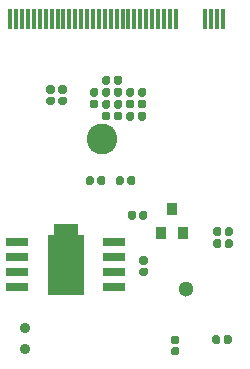
<source format=gbr>
%TF.GenerationSoftware,KiCad,Pcbnew,(5.1.6)-1*%
%TF.CreationDate,2020-09-21T21:17:43+08:00*%
%TF.ProjectId,f1c200s_core,66316332-3030-4735-9f63-6f72652e6b69,rev?*%
%TF.SameCoordinates,Original*%
%TF.FileFunction,Soldermask,Bot*%
%TF.FilePolarity,Negative*%
%FSLAX46Y46*%
G04 Gerber Fmt 4.6, Leading zero omitted, Abs format (unit mm)*
G04 Created by KiCad (PCBNEW (5.1.6)-1) date 2020-09-21 21:17:43*
%MOMM*%
%LPD*%
G01*
G04 APERTURE LIST*
%ADD10R,0.450000X1.700000*%
%ADD11C,0.900000*%
%ADD12R,0.900000X1.000000*%
%ADD13C,2.600000*%
%ADD14C,1.300000*%
%ADD15R,2.100000X3.100000*%
%ADD16R,3.100000X5.100000*%
%ADD17R,1.900000X0.800000*%
G04 APERTURE END LIST*
D10*
%TO.C,NGFF*%
X102170000Y-48470000D03*
X101670000Y-48470000D03*
X102670000Y-48470000D03*
X103170000Y-48470000D03*
X103670000Y-48470000D03*
X104170000Y-48470000D03*
X104670000Y-48470000D03*
X105170000Y-48470000D03*
X105670000Y-48470000D03*
X106170000Y-48470000D03*
X110170000Y-48470000D03*
X109670000Y-48470000D03*
X108670000Y-48470000D03*
X109170000Y-48470000D03*
X101170000Y-48470000D03*
X100670000Y-48470000D03*
X100170000Y-48470000D03*
X99670000Y-48470000D03*
X99170000Y-48470000D03*
X98670000Y-48470000D03*
X98170000Y-48470000D03*
X97670000Y-48470000D03*
X97170000Y-48470000D03*
X96670000Y-48470000D03*
X96170000Y-48470000D03*
X95670000Y-48470000D03*
X95170000Y-48470000D03*
X94670000Y-48470000D03*
X94170000Y-48470000D03*
X93670000Y-48470000D03*
X93170000Y-48470000D03*
X92670000Y-48470000D03*
X92170000Y-48470000D03*
%TD*%
D11*
%TO.C,SW1*%
X93423000Y-74621000D03*
X93423000Y-76421000D03*
%TD*%
%TO.C,R17*%
G36*
G01*
X102762000Y-61988500D02*
X102762000Y-62383500D01*
G75*
G02*
X102589500Y-62556000I-172500J0D01*
G01*
X102244500Y-62556000D01*
G75*
G02*
X102072000Y-62383500I0J172500D01*
G01*
X102072000Y-61988500D01*
G75*
G02*
X102244500Y-61816000I172500J0D01*
G01*
X102589500Y-61816000D01*
G75*
G02*
X102762000Y-61988500I0J-172500D01*
G01*
G37*
G36*
G01*
X101792000Y-61988500D02*
X101792000Y-62383500D01*
G75*
G02*
X101619500Y-62556000I-172500J0D01*
G01*
X101274500Y-62556000D01*
G75*
G02*
X101102000Y-62383500I0J172500D01*
G01*
X101102000Y-61988500D01*
G75*
G02*
X101274500Y-61816000I172500J0D01*
G01*
X101619500Y-61816000D01*
G75*
G02*
X101792000Y-61988500I0J-172500D01*
G01*
G37*
%TD*%
%TO.C,R16*%
G36*
G01*
X100222000Y-61988500D02*
X100222000Y-62383500D01*
G75*
G02*
X100049500Y-62556000I-172500J0D01*
G01*
X99704500Y-62556000D01*
G75*
G02*
X99532000Y-62383500I0J172500D01*
G01*
X99532000Y-61988500D01*
G75*
G02*
X99704500Y-61816000I172500J0D01*
G01*
X100049500Y-61816000D01*
G75*
G02*
X100222000Y-61988500I0J-172500D01*
G01*
G37*
G36*
G01*
X99252000Y-61988500D02*
X99252000Y-62383500D01*
G75*
G02*
X99079500Y-62556000I-172500J0D01*
G01*
X98734500Y-62556000D01*
G75*
G02*
X98562000Y-62383500I0J172500D01*
G01*
X98562000Y-61988500D01*
G75*
G02*
X98734500Y-61816000I172500J0D01*
G01*
X99079500Y-61816000D01*
G75*
G02*
X99252000Y-61988500I0J-172500D01*
G01*
G37*
%TD*%
D12*
%TO.C,U4*%
X106819000Y-66615000D03*
X104919000Y-66615000D03*
X105869000Y-64615000D03*
%TD*%
D13*
%TO.C,U3*%
X99900000Y-58630000D03*
%TD*%
D14*
%TO.C,U2*%
X107012000Y-71330000D03*
%TD*%
D15*
%TO.C,U1*%
X96852000Y-67393000D03*
D16*
X96852000Y-69298000D03*
D17*
X100952000Y-71203000D03*
X92752000Y-71203000D03*
X100952000Y-69933000D03*
X92752000Y-69933000D03*
X100952000Y-68663000D03*
X92752000Y-68663000D03*
X100952000Y-67393000D03*
X92752000Y-67393000D03*
%TD*%
%TO.C,R9*%
G36*
G01*
X101494500Y-57047000D02*
X101099500Y-57047000D01*
G75*
G02*
X100927000Y-56874500I0J172500D01*
G01*
X100927000Y-56529500D01*
G75*
G02*
X101099500Y-56357000I172500J0D01*
G01*
X101494500Y-56357000D01*
G75*
G02*
X101667000Y-56529500I0J-172500D01*
G01*
X101667000Y-56874500D01*
G75*
G02*
X101494500Y-57047000I-172500J0D01*
G01*
G37*
G36*
G01*
X101494500Y-56077000D02*
X101099500Y-56077000D01*
G75*
G02*
X100927000Y-55904500I0J172500D01*
G01*
X100927000Y-55559500D01*
G75*
G02*
X101099500Y-55387000I172500J0D01*
G01*
X101494500Y-55387000D01*
G75*
G02*
X101667000Y-55559500I0J-172500D01*
G01*
X101667000Y-55904500D01*
G75*
G02*
X101494500Y-56077000I-172500J0D01*
G01*
G37*
%TD*%
%TO.C,R8*%
G36*
G01*
X99959000Y-54890500D02*
X99959000Y-54495500D01*
G75*
G02*
X100131500Y-54323000I172500J0D01*
G01*
X100476500Y-54323000D01*
G75*
G02*
X100649000Y-54495500I0J-172500D01*
G01*
X100649000Y-54890500D01*
G75*
G02*
X100476500Y-55063000I-172500J0D01*
G01*
X100131500Y-55063000D01*
G75*
G02*
X99959000Y-54890500I0J172500D01*
G01*
G37*
G36*
G01*
X100929000Y-54890500D02*
X100929000Y-54495500D01*
G75*
G02*
X101101500Y-54323000I172500J0D01*
G01*
X101446500Y-54323000D01*
G75*
G02*
X101619000Y-54495500I0J-172500D01*
G01*
X101619000Y-54890500D01*
G75*
G02*
X101446500Y-55063000I-172500J0D01*
G01*
X101101500Y-55063000D01*
G75*
G02*
X100929000Y-54890500I0J172500D01*
G01*
G37*
%TD*%
%TO.C,R4*%
G36*
G01*
X103258500Y-68595000D02*
X103653500Y-68595000D01*
G75*
G02*
X103826000Y-68767500I0J-172500D01*
G01*
X103826000Y-69112500D01*
G75*
G02*
X103653500Y-69285000I-172500J0D01*
G01*
X103258500Y-69285000D01*
G75*
G02*
X103086000Y-69112500I0J172500D01*
G01*
X103086000Y-68767500D01*
G75*
G02*
X103258500Y-68595000I172500J0D01*
G01*
G37*
G36*
G01*
X103258500Y-69565000D02*
X103653500Y-69565000D01*
G75*
G02*
X103826000Y-69737500I0J-172500D01*
G01*
X103826000Y-70082500D01*
G75*
G02*
X103653500Y-70255000I-172500J0D01*
G01*
X103258500Y-70255000D01*
G75*
G02*
X103086000Y-70082500I0J172500D01*
G01*
X103086000Y-69737500D01*
G75*
G02*
X103258500Y-69565000I172500J0D01*
G01*
G37*
%TD*%
%TO.C,C34*%
G36*
G01*
X103778000Y-64909500D02*
X103778000Y-65304500D01*
G75*
G02*
X103605500Y-65477000I-172500J0D01*
G01*
X103260500Y-65477000D01*
G75*
G02*
X103088000Y-65304500I0J172500D01*
G01*
X103088000Y-64909500D01*
G75*
G02*
X103260500Y-64737000I172500J0D01*
G01*
X103605500Y-64737000D01*
G75*
G02*
X103778000Y-64909500I0J-172500D01*
G01*
G37*
G36*
G01*
X102808000Y-64909500D02*
X102808000Y-65304500D01*
G75*
G02*
X102635500Y-65477000I-172500J0D01*
G01*
X102290500Y-65477000D01*
G75*
G02*
X102118000Y-65304500I0J172500D01*
G01*
X102118000Y-64909500D01*
G75*
G02*
X102290500Y-64737000I172500J0D01*
G01*
X102635500Y-64737000D01*
G75*
G02*
X102808000Y-64909500I0J-172500D01*
G01*
G37*
%TD*%
%TO.C,C22*%
G36*
G01*
X111017000Y-67322500D02*
X111017000Y-67717500D01*
G75*
G02*
X110844500Y-67890000I-172500J0D01*
G01*
X110499500Y-67890000D01*
G75*
G02*
X110327000Y-67717500I0J172500D01*
G01*
X110327000Y-67322500D01*
G75*
G02*
X110499500Y-67150000I172500J0D01*
G01*
X110844500Y-67150000D01*
G75*
G02*
X111017000Y-67322500I0J-172500D01*
G01*
G37*
G36*
G01*
X110047000Y-67322500D02*
X110047000Y-67717500D01*
G75*
G02*
X109874500Y-67890000I-172500J0D01*
G01*
X109529500Y-67890000D01*
G75*
G02*
X109357000Y-67717500I0J172500D01*
G01*
X109357000Y-67322500D01*
G75*
G02*
X109529500Y-67150000I172500J0D01*
G01*
X109874500Y-67150000D01*
G75*
G02*
X110047000Y-67322500I0J-172500D01*
G01*
G37*
%TD*%
%TO.C,C20*%
G36*
G01*
X111017000Y-66306500D02*
X111017000Y-66701500D01*
G75*
G02*
X110844500Y-66874000I-172500J0D01*
G01*
X110499500Y-66874000D01*
G75*
G02*
X110327000Y-66701500I0J172500D01*
G01*
X110327000Y-66306500D01*
G75*
G02*
X110499500Y-66134000I172500J0D01*
G01*
X110844500Y-66134000D01*
G75*
G02*
X111017000Y-66306500I0J-172500D01*
G01*
G37*
G36*
G01*
X110047000Y-66306500D02*
X110047000Y-66701500D01*
G75*
G02*
X109874500Y-66874000I-172500J0D01*
G01*
X109529500Y-66874000D01*
G75*
G02*
X109357000Y-66701500I0J172500D01*
G01*
X109357000Y-66306500D01*
G75*
G02*
X109529500Y-66134000I172500J0D01*
G01*
X109874500Y-66134000D01*
G75*
G02*
X110047000Y-66306500I0J-172500D01*
G01*
G37*
%TD*%
%TO.C,C19*%
G36*
G01*
X100083500Y-55387000D02*
X100478500Y-55387000D01*
G75*
G02*
X100651000Y-55559500I0J-172500D01*
G01*
X100651000Y-55904500D01*
G75*
G02*
X100478500Y-56077000I-172500J0D01*
G01*
X100083500Y-56077000D01*
G75*
G02*
X99911000Y-55904500I0J172500D01*
G01*
X99911000Y-55559500D01*
G75*
G02*
X100083500Y-55387000I172500J0D01*
G01*
G37*
G36*
G01*
X100083500Y-56357000D02*
X100478500Y-56357000D01*
G75*
G02*
X100651000Y-56529500I0J-172500D01*
G01*
X100651000Y-56874500D01*
G75*
G02*
X100478500Y-57047000I-172500J0D01*
G01*
X100083500Y-57047000D01*
G75*
G02*
X99911000Y-56874500I0J172500D01*
G01*
X99911000Y-56529500D01*
G75*
G02*
X100083500Y-56357000I172500J0D01*
G01*
G37*
%TD*%
%TO.C,C18*%
G36*
G01*
X101619000Y-53479500D02*
X101619000Y-53874500D01*
G75*
G02*
X101446500Y-54047000I-172500J0D01*
G01*
X101101500Y-54047000D01*
G75*
G02*
X100929000Y-53874500I0J172500D01*
G01*
X100929000Y-53479500D01*
G75*
G02*
X101101500Y-53307000I172500J0D01*
G01*
X101446500Y-53307000D01*
G75*
G02*
X101619000Y-53479500I0J-172500D01*
G01*
G37*
G36*
G01*
X100649000Y-53479500D02*
X100649000Y-53874500D01*
G75*
G02*
X100476500Y-54047000I-172500J0D01*
G01*
X100131500Y-54047000D01*
G75*
G02*
X99959000Y-53874500I0J172500D01*
G01*
X99959000Y-53479500D01*
G75*
G02*
X100131500Y-53307000I172500J0D01*
G01*
X100476500Y-53307000D01*
G75*
G02*
X100649000Y-53479500I0J-172500D01*
G01*
G37*
%TD*%
%TO.C,C17*%
G36*
G01*
X103131500Y-54371000D02*
X103526500Y-54371000D01*
G75*
G02*
X103699000Y-54543500I0J-172500D01*
G01*
X103699000Y-54888500D01*
G75*
G02*
X103526500Y-55061000I-172500J0D01*
G01*
X103131500Y-55061000D01*
G75*
G02*
X102959000Y-54888500I0J172500D01*
G01*
X102959000Y-54543500D01*
G75*
G02*
X103131500Y-54371000I172500J0D01*
G01*
G37*
G36*
G01*
X103131500Y-55341000D02*
X103526500Y-55341000D01*
G75*
G02*
X103699000Y-55513500I0J-172500D01*
G01*
X103699000Y-55858500D01*
G75*
G02*
X103526500Y-56031000I-172500J0D01*
G01*
X103131500Y-56031000D01*
G75*
G02*
X102959000Y-55858500I0J172500D01*
G01*
X102959000Y-55513500D01*
G75*
G02*
X103131500Y-55341000I172500J0D01*
G01*
G37*
%TD*%
%TO.C,C16*%
G36*
G01*
X102115500Y-54371000D02*
X102510500Y-54371000D01*
G75*
G02*
X102683000Y-54543500I0J-172500D01*
G01*
X102683000Y-54888500D01*
G75*
G02*
X102510500Y-55061000I-172500J0D01*
G01*
X102115500Y-55061000D01*
G75*
G02*
X101943000Y-54888500I0J172500D01*
G01*
X101943000Y-54543500D01*
G75*
G02*
X102115500Y-54371000I172500J0D01*
G01*
G37*
G36*
G01*
X102115500Y-55341000D02*
X102510500Y-55341000D01*
G75*
G02*
X102683000Y-55513500I0J-172500D01*
G01*
X102683000Y-55858500D01*
G75*
G02*
X102510500Y-56031000I-172500J0D01*
G01*
X102115500Y-56031000D01*
G75*
G02*
X101943000Y-55858500I0J172500D01*
G01*
X101943000Y-55513500D01*
G75*
G02*
X102115500Y-55341000I172500J0D01*
G01*
G37*
%TD*%
%TO.C,C14*%
G36*
G01*
X95384500Y-54117000D02*
X95779500Y-54117000D01*
G75*
G02*
X95952000Y-54289500I0J-172500D01*
G01*
X95952000Y-54634500D01*
G75*
G02*
X95779500Y-54807000I-172500J0D01*
G01*
X95384500Y-54807000D01*
G75*
G02*
X95212000Y-54634500I0J172500D01*
G01*
X95212000Y-54289500D01*
G75*
G02*
X95384500Y-54117000I172500J0D01*
G01*
G37*
G36*
G01*
X95384500Y-55087000D02*
X95779500Y-55087000D01*
G75*
G02*
X95952000Y-55259500I0J-172500D01*
G01*
X95952000Y-55604500D01*
G75*
G02*
X95779500Y-55777000I-172500J0D01*
G01*
X95384500Y-55777000D01*
G75*
G02*
X95212000Y-55604500I0J172500D01*
G01*
X95212000Y-55259500D01*
G75*
G02*
X95384500Y-55087000I172500J0D01*
G01*
G37*
%TD*%
%TO.C,C11*%
G36*
G01*
X106320500Y-76986000D02*
X105925500Y-76986000D01*
G75*
G02*
X105753000Y-76813500I0J172500D01*
G01*
X105753000Y-76468500D01*
G75*
G02*
X105925500Y-76296000I172500J0D01*
G01*
X106320500Y-76296000D01*
G75*
G02*
X106493000Y-76468500I0J-172500D01*
G01*
X106493000Y-76813500D01*
G75*
G02*
X106320500Y-76986000I-172500J0D01*
G01*
G37*
G36*
G01*
X106320500Y-76016000D02*
X105925500Y-76016000D01*
G75*
G02*
X105753000Y-75843500I0J172500D01*
G01*
X105753000Y-75498500D01*
G75*
G02*
X105925500Y-75326000I172500J0D01*
G01*
X106320500Y-75326000D01*
G75*
G02*
X106493000Y-75498500I0J-172500D01*
G01*
X106493000Y-75843500D01*
G75*
G02*
X106320500Y-76016000I-172500J0D01*
G01*
G37*
%TD*%
%TO.C,C9*%
G36*
G01*
X103651000Y-56527500D02*
X103651000Y-56922500D01*
G75*
G02*
X103478500Y-57095000I-172500J0D01*
G01*
X103133500Y-57095000D01*
G75*
G02*
X102961000Y-56922500I0J172500D01*
G01*
X102961000Y-56527500D01*
G75*
G02*
X103133500Y-56355000I172500J0D01*
G01*
X103478500Y-56355000D01*
G75*
G02*
X103651000Y-56527500I0J-172500D01*
G01*
G37*
G36*
G01*
X102681000Y-56527500D02*
X102681000Y-56922500D01*
G75*
G02*
X102508500Y-57095000I-172500J0D01*
G01*
X102163500Y-57095000D01*
G75*
G02*
X101991000Y-56922500I0J172500D01*
G01*
X101991000Y-56527500D01*
G75*
G02*
X102163500Y-56355000I172500J0D01*
G01*
X102508500Y-56355000D01*
G75*
G02*
X102681000Y-56527500I0J-172500D01*
G01*
G37*
%TD*%
%TO.C,C5*%
G36*
G01*
X99067500Y-54371000D02*
X99462500Y-54371000D01*
G75*
G02*
X99635000Y-54543500I0J-172500D01*
G01*
X99635000Y-54888500D01*
G75*
G02*
X99462500Y-55061000I-172500J0D01*
G01*
X99067500Y-55061000D01*
G75*
G02*
X98895000Y-54888500I0J172500D01*
G01*
X98895000Y-54543500D01*
G75*
G02*
X99067500Y-54371000I172500J0D01*
G01*
G37*
G36*
G01*
X99067500Y-55341000D02*
X99462500Y-55341000D01*
G75*
G02*
X99635000Y-55513500I0J-172500D01*
G01*
X99635000Y-55858500D01*
G75*
G02*
X99462500Y-56031000I-172500J0D01*
G01*
X99067500Y-56031000D01*
G75*
G02*
X98895000Y-55858500I0J172500D01*
G01*
X98895000Y-55513500D01*
G75*
G02*
X99067500Y-55341000I172500J0D01*
G01*
G37*
%TD*%
%TO.C,C3*%
G36*
G01*
X110913000Y-75450500D02*
X110913000Y-75845500D01*
G75*
G02*
X110740500Y-76018000I-172500J0D01*
G01*
X110395500Y-76018000D01*
G75*
G02*
X110223000Y-75845500I0J172500D01*
G01*
X110223000Y-75450500D01*
G75*
G02*
X110395500Y-75278000I172500J0D01*
G01*
X110740500Y-75278000D01*
G75*
G02*
X110913000Y-75450500I0J-172500D01*
G01*
G37*
G36*
G01*
X109943000Y-75450500D02*
X109943000Y-75845500D01*
G75*
G02*
X109770500Y-76018000I-172500J0D01*
G01*
X109425500Y-76018000D01*
G75*
G02*
X109253000Y-75845500I0J172500D01*
G01*
X109253000Y-75450500D01*
G75*
G02*
X109425500Y-75278000I172500J0D01*
G01*
X109770500Y-75278000D01*
G75*
G02*
X109943000Y-75450500I0J-172500D01*
G01*
G37*
%TD*%
%TO.C,C1*%
G36*
G01*
X96795500Y-55777000D02*
X96400500Y-55777000D01*
G75*
G02*
X96228000Y-55604500I0J172500D01*
G01*
X96228000Y-55259500D01*
G75*
G02*
X96400500Y-55087000I172500J0D01*
G01*
X96795500Y-55087000D01*
G75*
G02*
X96968000Y-55259500I0J-172500D01*
G01*
X96968000Y-55604500D01*
G75*
G02*
X96795500Y-55777000I-172500J0D01*
G01*
G37*
G36*
G01*
X96795500Y-54807000D02*
X96400500Y-54807000D01*
G75*
G02*
X96228000Y-54634500I0J172500D01*
G01*
X96228000Y-54289500D01*
G75*
G02*
X96400500Y-54117000I172500J0D01*
G01*
X96795500Y-54117000D01*
G75*
G02*
X96968000Y-54289500I0J-172500D01*
G01*
X96968000Y-54634500D01*
G75*
G02*
X96795500Y-54807000I-172500J0D01*
G01*
G37*
%TD*%
M02*

</source>
